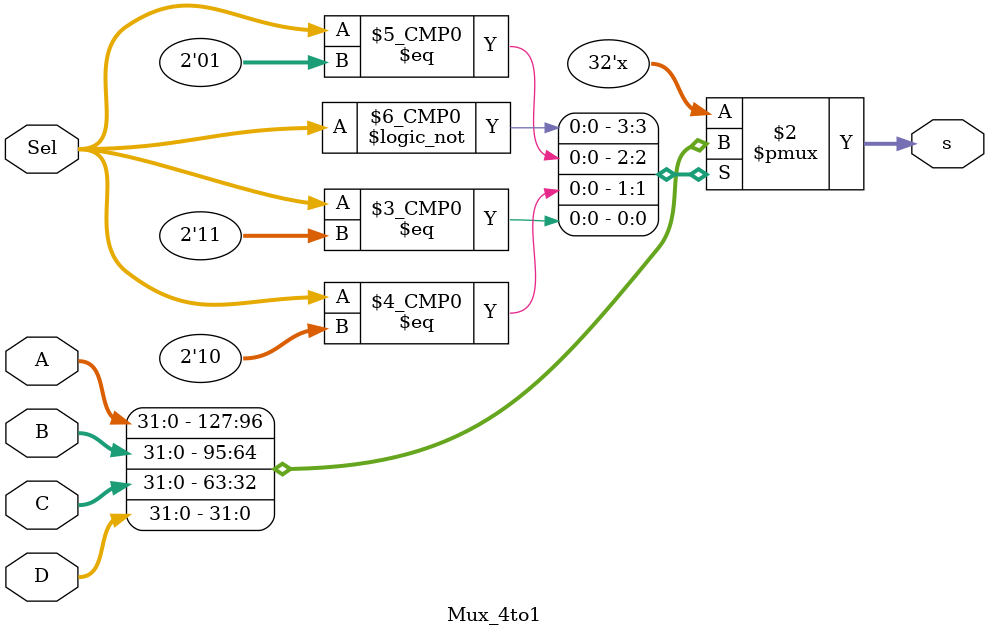
<source format=v>
`timescale 1ns / 1ps

module Mux_4to1 #(parameter InLength=32)(
	input [InLength-1:0]A, B, C, D,
	input [1:0]Sel,
	output reg[InLength-1:0]s
);
	
always @*
begin
	case (Sel)
		2'b00:s=A;
		2'b01:s=B;
		2'b10:s=C;
		2'b11:s=D;
	endcase
end
endmodule	
</source>
